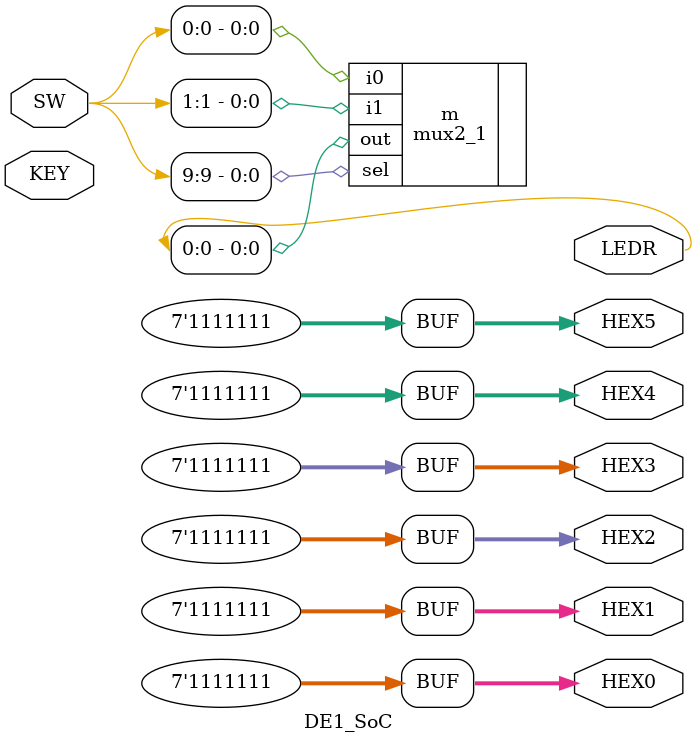
<source format=sv>
module DE1_SoC (HEX0, HEX1, HEX2, HEX3, HEX4, HEX5, KEY, LEDR, SW);  
	output logic [6:0]  HEX0, HEX1, HEX2, HEX3, HEX4, HEX5;  
	output logic [9:0]  LEDR;  input  logic [3:0]  KEY;  
	input  logic [9:0]  SW;  
	
	mux2_1 m(.out(LEDR[0]), .i0(SW[0]), .i1(SW[1]), .sel(SW[9]));  
	assign HEX0 = '1;  
	assign HEX1 = '1;  
	assign HEX2 = '1;  
	assign HEX3 = '1;  
	assign HEX4 = '1;  
	assign HEX5 = '1;  
endmodule  
</source>
